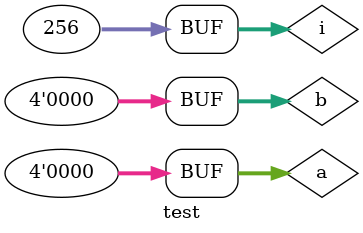
<source format=v>
`include "vvc/adder4.v"

module mult4(a, b, axb);
input [3:0] a, b;
output [7:0] axb;

wire [3:0] pp0, pp1, pp2, pp3;
assign #1 pp0 = a & {4{b[0]}};
assign #1 pp1 = a & {4{b[1]}};
assign #1 pp2 = a & {4{b[2]}};
assign #1 pp3 = a & {4{b[3]}};

wire [3:0] s1, s2, s3;
wire c1, c2, c3;

adder4 U1({1'b0, pp0[3:1]}, pp1, s1, c1);
adder4 U2({c1, s1[3:1]}, pp2, s2, c2);
adder4 U3({c2, s2[3:1]}, pp3, s3, c3);

assign axb = {c3, s3, s2[0], s1[0], pp0[0]};

endmodule

module test;
reg [3:0] a, b;
wire [7:0] axb;

mult4 U1(a, b, axb);

initial begin
  $dumpfile("vcd/mult4.vcd");
  $dumpvars();
end

integer i;
initial begin
  for(i=0; i<256; i=i+1) begin
    #0 a = i[3:0]; b = i[7:4];
    #10;
  end
  a = 0; b = 0;
end

always @(a or b or axb)
  $display("%d ns, a = %d, b = %d, axb = %d\n", $time, a, b, axb);

endmodule

</source>
